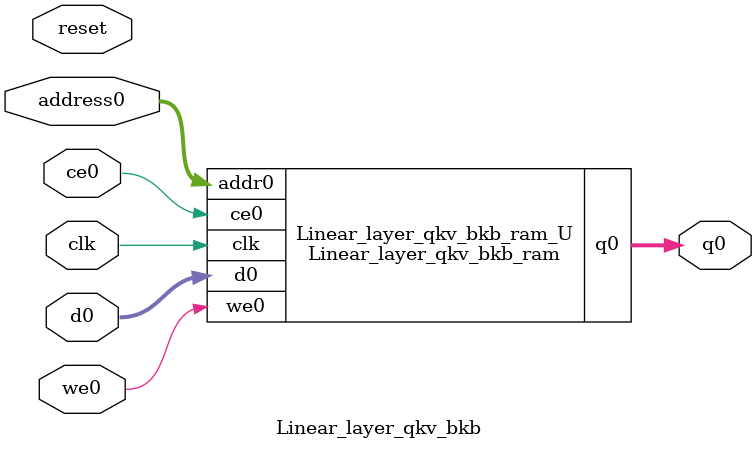
<source format=v>
`timescale 1 ns / 1 ps
module Linear_layer_qkv_bkb_ram (addr0, ce0, d0, we0, q0,  clk);

parameter DWIDTH = 32;
parameter AWIDTH = 4;
parameter MEM_SIZE = 12;

input[AWIDTH-1:0] addr0;
input ce0;
input[DWIDTH-1:0] d0;
input we0;
output reg[DWIDTH-1:0] q0;
input clk;

(* ram_style = "distributed" *)reg [DWIDTH-1:0] ram[0:MEM_SIZE-1];




always @(posedge clk)  
begin 
    if (ce0) begin
        if (we0) 
            ram[addr0] <= d0; 
        q0 <= ram[addr0];
    end
end


endmodule

`timescale 1 ns / 1 ps
module Linear_layer_qkv_bkb(
    reset,
    clk,
    address0,
    ce0,
    we0,
    d0,
    q0);

parameter DataWidth = 32'd32;
parameter AddressRange = 32'd12;
parameter AddressWidth = 32'd4;
input reset;
input clk;
input[AddressWidth - 1:0] address0;
input ce0;
input we0;
input[DataWidth - 1:0] d0;
output[DataWidth - 1:0] q0;



Linear_layer_qkv_bkb_ram Linear_layer_qkv_bkb_ram_U(
    .clk( clk ),
    .addr0( address0 ),
    .ce0( ce0 ),
    .we0( we0 ),
    .d0( d0 ),
    .q0( q0 ));

endmodule


</source>
